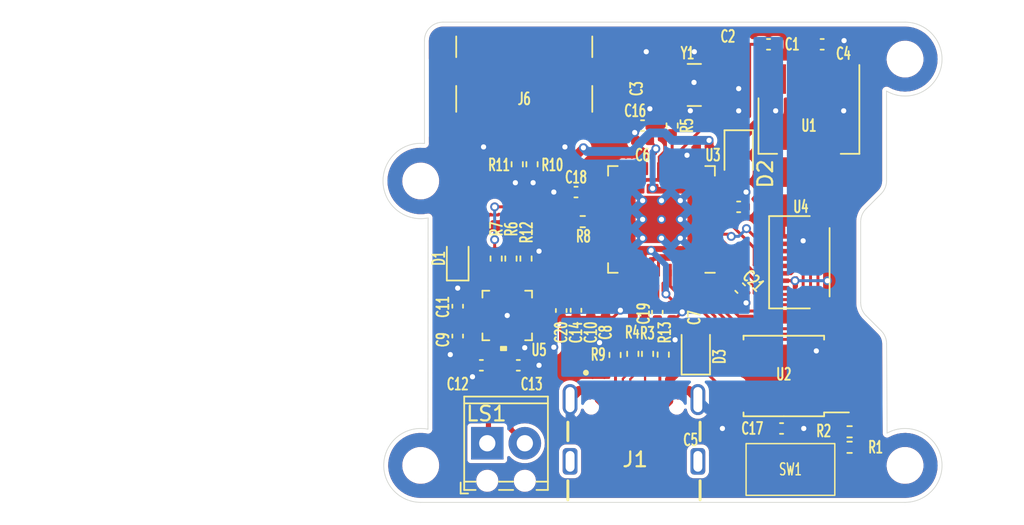
<source format=kicad_pcb>
(kicad_pcb (version 20221018) (generator pcbnew)
  (title_block (title "RP2040 Minimal Design Example") (date "2020-07-13") (rev "REV1") (company "Raspberry Pi (Trading) Ltd"))
  (layers (0 "F.Cu" signal) (31 "B.Cu" signal) (34 "B.Paste" user) (35 "F.Paste" user) (36 "B.SilkS" user "B.Silkscreen") (37 "F.SilkS" user "F.Silkscreen") (38 "B.Mask" user) (39 "F.Mask" user) (44 "Edge.Cuts" user))
  (net 0 "")
  (net 1 "GND")
  (net 2 "VBUS")
  (net 3 "/XIN")
  (net 4 "/XOUT")
  (net 5 "+3V3")
  (net 6 "+1V1")
  (net 7 "Net-(U5-OUTP)")
  (net 8 "/~{USB_BOOT}")
  (net 9 "/GPIO15")
  (net 10 "/GPIO14")
  (net 11 "/GPIO13")
  (net 12 "/GPIO12")
  (net 13 "/GPIO11")
  (net 14 "/GPIO10")
  (net 15 "/GPIO9")
  (net 16 "/GPIO8")
  (net 17 "/GPIO7")
  (net 18 "/GPIO6")
  (net 19 "/GPIO5")
  (net 20 "/GPIO4")
  (net 21 "/GPIO3")
  (net 22 "/GPIO2")
  (net 23 "/GPIO1")
  (net 24 "/GPIO0")
  (net 25 "/GPIO29_ADC3")
  (net 26 "/GPIO28_ADC2")
  (net 27 "/GPIO27_ADC1")
  (net 28 "/GPIO26_ADC0")
  (net 29 "/GPIO25")
  (net 30 "/GPIO24")
  (net 31 "/GPIO23")
  (net 32 "/GPIO22")
  (net 33 "/GPIO21")
  (net 34 "/GPIO20")
  (net 35 "/GPIO19")
  (net 36 "/GPIO18")
  (net 37 "/GPIO17")
  (net 38 "/GPIO16")
  (net 39 "/RUN")
  (net 40 "/SWD")
  (net 41 "/SWCLK")
  (net 42 "/QSPI_SS")
  (net 43 "Net-(U5-OUTN)")
  (net 44 "Net-(D1-A)")
  (net 45 "/QSPI_SD3")
  (net 46 "/QSPI_SCLK")
  (net 47 "/QSPI_SD0")
  (net 48 "/QSPI_SD2")
  (net 49 "/QSPI_SD1")
  (net 50 "/USB_D+")
  (net 51 "/USB_D-")
  (net 52 "Net-(C3-Pad1)")
  (net 53 "Net-(D2-A)")
  (net 54 "Net-(U3-USB_DP)")
  (net 55 "Net-(U3-USB_DM)")
  (net 56 "Net-(U5-GAIN_SLOT)")
  (net 57 "Net-(U5-*SD_MODE)")
  (net 62 "Net-(D3-K)")
  (net 63 "Net-(J1-CC1)")
  (net 66 "Net-(J6-CC1)")
  (net 67 "Net-(J6-CC2)")
  (net 68 "Net-(J1-CC2)")
  (footprint "Capacitor_SMD:C_0402_1005Metric" (layer "F.Cu") (at 126.145 120)
    (fp_text reference "C4")
    (fp_text value "10u")
  )
  (footprint "Custom:GCT_USB4105-GF-A" (layer "F.Cu") (at 113.42 148.225)
    (fp_text reference "J1")
    (fp_text value "USB_C_Receptacle_USB2.0")
  )
  (footprint "Capacitor_SMD:C_0402_1005Metric" (layer "F.Cu") (at 110.5 138 -90)
    (fp_text reference "C10")
    (fp_text value "1u")
  )
  (footprint "Capacitor_SMD:C_0402_1005Metric" (layer "F.Cu") (at 111.5 138 -90)
    (fp_text reference "C8")
    (fp_text value "1u")
  )
  (footprint "Capacitor_SMD:C_0402_1005Metric" (layer "F.Cu") (at 120.015 146.775 180)
    (fp_text reference "C5")
    (fp_text value "100n")
  )
  (footprint "Resistor_SMD:R_0402_1005Metric" (layer "F.Cu") (at 128 146.225)
    (fp_text reference "R2")
    (fp_text value "DNF")
  )
  (footprint "Package_TO_SOT_SMD:SOT-223-3_TabPin2" (layer "F.Cu") (at 125.25 125.5 -90)
    (fp_text reference "U1")
    (fp_text value "NCP1117-3.3_SOT223")
  )
  (footprint "Package_SO:SOIC-8_5.23x5.23mm_P1.27mm" (layer "F.Cu") (at 123.551716 142.44887 180)
    (fp_text reference "U2")
    (fp_text value "W25Q128JVS")
  )
  (footprint "Capacitor_SMD:C_0402_1005Metric" (layer "F.Cu") (at 114.5 123 90)
    (fp_text reference "C3")
    (fp_text value "27p")
  )
  (footprint "Resistor_SMD:R_0402_1005Metric" (layer "F.Cu") (at 128 147.275 180)
    (fp_text reference "R1")
    (fp_text value "1k")
  )
  (footprint "Resistor_SMD:R_0402_1005Metric" (layer "F.Cu") (at 114.34 140.95 90)
    (fp_text reference "R3")
    (fp_text value "27")
  )
  (footprint "Capacitor_SMD:C_0402_1005Metric" (layer "F.Cu") (at 116 138.135 -90)
    (fp_text reference "C7")
    (fp_text value "100n")
  )
  (footprint "Capacitor_SMD:C_0402_1005Metric" (layer "F.Cu") (at 122.52 120 180)
    (fp_text reference "C1")
    (fp_text value "10u")
  )
  (footprint "Custom:RP2040-QFN-56" (layer "F.Cu") (at 115.28015 131.85 180)
    (fp_text reference "U3")
    (fp_text value "RP2040")
  )
  (footprint "Capacitor_SMD:C_0402_1005Metric" (layer "F.Cu") (at 119.785444 120.5)
    (fp_text reference "C2")
    (fp_text value "27p")
  )
  (footprint "Resistor_SMD:R_0402_1005Metric" (layer "F.Cu") (at 113.34 140.95 90)
    (fp_text reference "R4")
    (fp_text value "27")
  )
  (footprint "Capacitor_SMD:C_0402_1005Metric" (layer "F.Cu") (at 114 126.5 180)
    (fp_text reference "C6")
    (fp_text value "100n")
  )
  (footprint "Resistor_SMD:R_0402_1005Metric" (layer "F.Cu") (at 116 125.5 90)
    (fp_text reference "R5")
    (fp_text value "1k")
  )
  (footprint "Custom:403C35D12M00000" (layer "F.Cu") (at 117.5 122.75 180)
    (fp_text reference "Y1")
    (fp_text value "ABLS-12.000MHZ-B4-T" hide)
  )
  (footprint "Capacitor_SMD:C_0402_1005Metric" (layer "F.Cu") (at 123.4 146)
    (fp_text reference "C17")
    (fp_text value "10u")
  )
  (footprint "TerminalBlock_Phoenix:TerminalBlock_Phoenix_MPT-0,5-2-2.54_1x02_P2.54mm_Horizontal" (layer "F.Cu") (at 103.5 147)
    (fp_text reference "LS1")
    (fp_text value "Speaker")
  )
  (footprint "Capacitor_SMD:C_0402_1005Metric" (layer "F.Cu") (at 120.5 131)
    (fp_text reference "C15" hide)
    (fp_text value "100n")
  )
  (footprint "Diode_SMD:D_0805_2012Metric" (layer "F.Cu") (at 120.5 127.5 -90)
    (fp_text reference "D2")
    (fp_text value "D_Schottky")
  )
  (footprint "Resistor_SMD:R_0402_1005Metric" (layer "F.Cu") (at 106.525 128.1175 -90)
    (fp_text reference "R10")
    (fp_text value "5.1k")
  )
  (footprint "MountingHole:MountingHole_2.1mm" (layer "F.Cu") (at 99 148.5)
    (fp_text reference "REF**" hide)
    (fp_text value "MountingHole_2.1mm")
  )
  (footprint "Capacitor_SMD:C_0402_1005Metric" (layer "F.Cu") (at 101.5 139.745 -90)
    (fp_text reference "C9")
    (fp_text value "10u")
  )
  (footprint "Resistor_SMD:R_0402_1005Metric" (layer "F.Cu") (at 115.4 141 -90)
    (fp_text reference "R13")
    (fp_text value "56k")
  )
  (footprint "Resistor_SMD:R_0402_1005Metric" (layer "F.Cu") (at 106.12012 134.5 -90)
    (fp_text reference "R12")
    (fp_text value "DNF")
  )
  (footprint "Custom:PTS636_SL50_SMTR_LFS Tactile Switch" (layer "F.Cu") (at 124 148.775)
    (fp_text reference "SW1")
    (fp_text value "Conn_01x02")
  )
  (footprint "Diode_SMD:D_0805_2012Metric" (layer "F.Cu") (at 117.6 140.6625 90)
    (fp_text reference "D3")
    (fp_text value "D_Schottky")
  )
  (footprint "Capacitor_SMD:C_0402_1005Metric" (layer "F.Cu") (at 105.6 141.725)
    (fp_text reference "C13")
    (fp_text value "220p")
  )
  (footprint "Capacitor_SMD:C_0402_1005Metric" (layer "F.Cu") (at 101.5 137.725 90)
    (fp_text reference "C11")
    (fp_text value "100n")
  )
  (footprint "Resistor_SMD:R_0402_1005Metric" (layer "F.Cu") (at 105.525 128.1175 -90)
    (fp_text reference "R11")
    (fp_text value "5.1K")
  )
  (footprint "Resistor_SMD:R_0402_1005Metric" (layer "F.Cu") (at 104.1 134.5 -90)
    (fp_text reference "R7")
    (fp_text value "680k")
  )
  (footprint "Capacitor_SMD:C_0402_1005Metric" (layer "F.Cu") (at 120.6 136.5 -45)
    (fp_text reference "C21")
    (fp_text value "100n")
  )
  (footprint "Custom:MAX98357AETE-T" (layer "F.Cu") (at 104.85 138.3525 -90)
    (fp_text reference "U5")
    (fp_text value "MAX98357AETE+T" hide)
  )
  (footprint "Capacitor_SMD:C_0402_1005Metric" (layer "F.Cu") (at 108.5 138.015902 -90)
    (fp_text reference "C20")
    (fp_text value "100n")
  )
  (footprint "Connector_USB:USB_C_Receptacle_GCT_USB4135-GF-A_6P_TopMnt_Horizontal" (layer "F.Cu") (at 106 122.4675 180)
    (fp_text reference "J6")
    (fp_text value "USB_C_Receptacle_PowerOnly_6P")
  )
  (footprint "Capacitor_SMD:C_0402_1005Metric" (layer "F.Cu") (at 109.5 137.999769 -90)
    (fp_text reference "C14")
    (fp_text value "100n")
  )
  (footprint "Resistor_SMD:R_0402_1005Metric" (layer "F.Cu") (at 109.95515 132)
    (fp_text reference "R8")
    (fp_text value "1K")
  )
  (footprint "LED_SMD:LED_0603_1608Metric" (layer "F.Cu") (at 101.5 134.5 90)
    (fp_text reference "D1")
    (fp_text value "LED")
  )
  (footprint "MountingHole:MountingHole_2.1mm" (layer "F.Cu") (at 131.75 121)
    (fp_text reference "REF**" hide)
    (fp_text value "MountingHole_2.1mm")
  )
  (footprint "Capacitor_SMD:C_0402_1005Metric" (layer "F.Cu") (at 103.1 141.725 180)
    (fp_text reference "C12")
    (fp_text value "220p")
  )
  (footprint "MountingHole:MountingHole_2.1mm" (layer "F.Cu") (at 99 129.25)
    (fp_text reference "REF**" hide)
    (fp_text value "MountingHole_2.1mm")
  )
  (footprint "Resistor_SMD:R_0402_1005Metric" (layer "F.Cu") (at 112.14 141.025 -90)
    (fp_text reference "R9")
    (fp_text value "56k")
  )
  (footprint "Custom:2328702-8 IPS screen FPC" (layer "F.Cu") (at 124.602233 134.75 90)
    (fp_text reference "U4")
    (fp_text value "ST7735s_8" hide)
  )
  (footprint "MountingHole:MountingHole_2.1mm" (layer "F.Cu") (at 131.75 148.5)
    (fp_text reference "REF**" hide)
    (fp_text value "MountingHole_2.1mm")
  )
  (footprint "Capacitor_SMD:C_0402_1005Metric" (layer "F.Cu") (at 115 138.135 -90)
    (fp_text reference "C19")
    (fp_text value "100n")
  )
  (footprint "Capacitor_SMD:C_0402_1005Metric" (layer "F.Cu") (at 114 125.5 180)
    (fp_text reference "C16")
    (fp_text value "100n")
  )
  (footprint "Capacitor_SMD:C_0402_1005Metric" (layer "F.Cu") (at 109.5 130 180)
    (fp_text reference "C18")
    (fp_text value "100n")
  )
  (footprint "Resistor_SMD:R_0402_1005Metric" (layer "F.Cu") (at 105.1 134.5 -90)
    (fp_text reference "R6")
    (fp_text value "100k")
  )
  (gr_line (start 131.75 151) (end 99 151) (stroke (width 0.05)) (layer "Edge.Cuts"))
  (gr_arc (start 130.5 129.232233) (mid 130.404839 129.71058) (end 130.133884 130.116116) (stroke (width 0.05)) (layer "Edge.Cuts"))
  (gr_arc (start 130.136712 139.386712) (mid 130.406366 139.789086) (end 130.502809 140.263761) (stroke (width 0.05)) (layer "Edge.Cuts"))
  (gr_line (start 99.253686 126.713144) (end 99.250561 119.750543) (stroke (width 0.05)) (layer "Edge.Cuts"))
  (gr_line (start 129.116117 138.366117) (end 130.136712 139.386712) (stroke (width 0.05)) (layer "Edge.Cuts"))
  (gr_arc (start 99.250561 119.750543) (mid 99.616477 118.866301) (end 100.500543 118.499982) (stroke (width 0.05)) (layer "Edge.Cuts"))
  (gr_line (start 100.500543 118.499982) (end 131.75 118.5) (stroke (width 0.05)) (layer "Edge.Cuts"))
  (gr_line (start 99.49029 146.048548) (end 99.5 131.749999) (stroke (width 0.05)) (layer "Edge.Cuts"))
  (gr_line (start 130.502809 140.263761) (end 130.535893 146.314607) (stroke (width 0.05)) (layer "Edge.Cuts"))
  (gr_line (start 130.5 129.232233) (end 130.498694 123.164309) (stroke (width 0.05)) (layer "Edge.Cuts"))
  (gr_arc (start 99 151) (mid 96.512167 148.253656) (end 99.49029 146.048548) (stroke (width 0.05)) (layer "Edge.Cuts"))
  (gr_arc (start 99.5 131.749999) (mid 96.453534 129.374528) (end 99.253686 126.713144) (stroke (width 0.05)) (layer "Edge.Cuts"))
  (gr_line (start 128.75 137.482233) (end 128.75 132.017767) (stroke (width 0.05)) (layer "Edge.Cuts"))
  (gr_arc (start 130.535893 146.314607) (mid 134.17007 147.872897) (end 131.75 151) (stroke (width 0.05)) (layer "Edge.Cuts"))
  (gr_arc (start 128.75 132.017767) (mid 128.845151 131.539412) (end 129.116117 131.133883) (stroke (width 0.05)) (layer "Edge.Cuts"))
  (gr_arc (start 129.116117 138.366117) (mid 128.845151 137.960588) (end 128.75 137.482233) (stroke (width 0.05)) (layer "Edge.Cuts"))
  (gr_line (start 129.116117 131.133883) (end 130.133884 130.116116) (stroke (width 0.05)) (layer "Edge.Cuts"))
  (gr_arc (start 131.75 118.5) (mid 134.164619 121.647776) (end 130.498694 123.164309) (stroke (width 0.05)) (layer "Edge.Cuts"))
  (segment (start 105.1 139.8003) (end 105.1 140.4067) (width 0.2) (layer "F.Cu") (net 1))
  (segment (start 108 138.995902) (end 108.5 138.495902) (width 0.2) (layer "F.Cu") (net 1))
  (segment (start 119.4 148.275) (end 119.4 146.905) (width 0.2) (layer "F.Cu") (net 1))
  (segment (start 124.634354 133.523349) (end 124.859353 133.29835) (width 0.2) (layer "F.Cu") (net 1))
  (segment (start 122.04 120) (end 120.770444 120) (width 0.2) (layer "F.Cu") (net 1))
  (segment (start 108.5 138.495902) (end 108.516133 138.479769) (width 0.2) (layer "F.Cu") (net 1))
  (segment (start 113.470023 125.970023) (end 113.470023 126.455023) (width 0.2) (layer "F.Cu") (net 1))
  (segment (start 127.625 119.75) (end 127.375 120) (width 0.2) (layer "F.Cu") (net 1))
  (segment (start 115.995 138.615) (end 116 138.62) (width 0.2) (layer "F.Cu") (net 1))
  (segment (start 102.5 141.845) (end 102.62 141.725) (width 0.2) (layer "F.Cu") (net 1))
  (segment (start 101.5 135.2875) (end 101.5 136.5) (width 0.2) (layer "F.Cu") (net 1))
  (segment (start 125.95613 140.54387) (end 127.151716 140.54387) (width 0.2) (layer "F.Cu") (net 1))
  (segment (start 108 130) (end 109.02 130) (width 0.2) (layer "F.Cu") (net 1))
  (segment (start 120.98 131) (end 121 130.98) (width 0.2) (layer "F.Cu") (net 1))
  (segment (start 104.6 138.1025) (end 104.6 136.9047) (width 0.2) (layer "F.Cu") (net 1))
  (segment (start 113.470023 126.455023) (end 113.515 126.5) (width 0.2) (layer "F.Cu") (net 1))
  (segment (start 113.470023 125.970023) (end 113.470023 125.549977) (width 0.2) (layer "F.Cu") (net 1))
  (segment (start 108 140.5) (end 108 138.995902) (width 0.2) (layer "F.Cu") (net 1))
  (segment (start 112.015 138.485) (end 112.5 138) (width 0.2) (layer "F.Cu") (net 1))
  (segment (start 100.875 125.445) (end 103.195 125.445) (width 1) (layer "F.Cu") (net 1))
  (segment (start 100.875 121.865) (end 100.875 125.445) (width 1) (layer "F.Cu") (net 1))
  (segment (start 105.1 138.1025) (end 104.85 138.3525) (width 0.2) (layer "F.Cu") (net 1))
  (segment (start 117.14 143.425) (end 117.74 144.025) (width 0.6) (layer "F.Cu") (net 1))
  (segment (start 123.88 146) (end 124.9 146) (width 0.2) (layer "F.Cu") (net 1))
  (segment (start 108.516133 138.479769) (end 109.5 138.479769) (width 0.2) (layer "F.Cu") (net 1))
  (segment (start 127.375 120) (end 126.625 120) (width 0.2) (layer "F.Cu") (net 1))
  (segment (start 109.7 143.425) (end 109.1 144.025) (width 0.6) (layer "F.Cu") (net 1))
  (segment (start 117.006512 127.506512) (end 116.724374 127.506512) (width 0.2) (layer "F.Cu") (net 1))
  (segment (start 102.5 142.5) (end 102.5 141.845) (width 0.2) (layer "F.Cu") (net 1))
  (segment (start 116.724374 127.506512) (end 116.28015 127.950736) (width 0.2) (layer "F.Cu") (net 1))
  (segment (start 101.5 136.5) (end 101.5 137.245) (width 0.2) (layer "F.Cu") (net 1))
  (segment (start 107 134) (end 106.99 133.99) (width 0.2) (layer "F.Cu") (net 1))
  (segment (start 101.5 140.5) (end 101 141) (width 0.2) (layer "F.Cu") (net 1))
  (segment (start 106.08 141.725) (end 107 141.725) (width 0.2) (layer "F.Cu") (net 1))
  (segment (start 101.5 140.225) (end 101.5 140.5) (width 0.2) (layer "F.Cu") (net 1))
  (segment (start 111.5 138.485) (end 112.015 138.485) (width 0.2) (layer "F.Cu") (net 1))
  (segment (start 116.171741 138.62) (end 116 138.62) (width 0.2) (layer "F.Cu") (net 1))
  (segment (start 111.494769 138.479769) (end 109.5 138.479769) (width 0.2) (layer "F.Cu") (net 1))
  (segment (start 119.53 146.13) (end 119.4 146) (width 0.2) (layer "F.Cu") (net 1))
  (segment (start 108.75 126.945) (end 108.75 125.5) (width 1) (layer "F.Cu") (net 1))
  (segment (start 105.1 138.6025) (end 105.1 139.8003) (width 0.2) (layer "F.Cu") (net 1))
  (segment (start 116.28015 127.950736) (end 116.28015 128.4125) (width 0.2) (layer "F.Cu") (net 1))
  (segment (start 108.805 125.445) (end 108.75 125.5) (width 1) (layer "F.Cu") (net 1))
  (segment (start 104.85 138.3525) (end 105.1 138.6025) (width 0.2) (layer "F.Cu") (net 1))
  (segment (start 120.939411 137.439411) (end 121 137.5) (width 0.2) (layer "F.Cu") (net 1))
  (segment (start 123.459353 133.523349) (end 124.634354 133.523349) (width 0.2) (layer "F.Cu") (net 1))
  (segment (start 105.1 140.4067) (end 105.229028 140.535728) (width 0.2) (layer "F.Cu") (net 1))
  (segment (start 104.85 138.3525) (end 104.6 138.1025) (width 0.2) (layer "F.Cu") (net 1))
  (segment (start 116.62 143.425) (end 117.14 143.425) (width 0.6) (layer "F.Cu") (net 1))
  (segment (start 127.6 124.5) (end 127.6 122.4) (width 0.6) (layer "F.Cu") (net 1))
  (segment (start 111.125 125.445) (end 111.125 121.865) (width 1) (layer "F.Cu") (net 1))
  (segment (start 106.525 129.2925) (end 106.525 128.6275) (width 0.2) (layer "F.Cu") (net 1))
  (segment (start 127.6 122.4) (end 127.55 122.35) (width 0.6) (layer "F.Cu") (net 1))
  (segment (start 116.680274 138.111467) (end 116.171741 138.62) (width 0.2) (layer "F.Cu") (net 1))
  (segment (start 120.939411 136.839411) (end 120.939411 137.439411) (width 0.2) (layer "F.Cu") (net 1))
  (segment (start 125.75 140.75) (end 125.95613 140.54387) (width 0.2) (layer "F.Cu") (net 1))
  (segment (start 106.6 129.3675) (end 106.525 129.2925) (width 0.2) (layer "F.Cu") (net 1))
  (segment (start 110.22 143.425) (end 109.7 143.425) (width 0.6) (layer "F.Cu") (net 1))
  (segment (start 105.525 129.2425) (end 105.525 128.6275) (width 0.2) (layer "F.Cu") (net 1))
  (segment (start 113.470023 125.549977) (end 113.52 125.5) (width 0.2) (layer "F.Cu") (net 1))
  (segment (start 119.4 146.905) (end 119.53 146.775) (width 0.2) (layer "F.Cu") (net 1))
  (segment (start 103.25 126.945) (end 103.25 125.5) (width 1) (layer "F.Cu") (net 1))
  (segment (start 105.4 129.3675) (end 105.525 129.2425) (width 0.2) (layer "F.Cu") (net 1))
  (segment (start 119.9 148.775) (end 119.4 148.275) (width 0.2) (layer "F.Cu") (net 1))
  (segment (start 103.195 125.445) (end 103.25 125.5) (width 1) (layer "F.Cu") (net 1))
  (segment (start 120.770444 120) (end 120.270444 120.5) (width 0.2) (layer "F.Cu") (net 1))
  (segment (start 119.53 146.775) (end 119.53 146.13) (width 0.2) (layer "F.Cu") (net 1))
  (segment (start 111.125 125.445) (end 108.805 125.445) (width 1) (layer "F.Cu") (net 1))
  (segment (start 106.99 133.99) (end 106.12012 133.99) (width 0.2) (layer "F.Cu") (net 1))
  (segment (start 105.229028 140.535728) (end 106.033255 140.535728) (width 0.2) (layer "F.Cu") (net 1))
  (segment (start 111.5 138.485) (end 111.494769 138.479769) (width 0.2) (layer "F.Cu") (net 1))
  (segment (start 115 138.615) (end 115.995 138.615) (width 0.2) (layer "F.Cu") (net 1))
  (segment (start 106.2978 138.1025) (end 105.1 138.1025) (width 0.2) (layer "F.Cu") (net 1))
  (segment (start 121 130.98) (end 121 130) (width 0.2) (layer "F.Cu") (net 1))
  (via (at 117.478594 122.578594) (size 0.6) (drill 0.35) (layers "F.Cu" "B.Cu") (net 1))
  (via (at 114.25 120.5) (size 0.6) (drill 0.35) (layers "F.Cu" "B.Cu") (net 1))
  (via (at 117.5 120.5) (size 0.6) (drill 0.35) (layers "F.Cu" "B.Cu") (net 1))
  (via (at 121 137.5) (size 0.6) (drill 0.35) (layers "F.Cu" "B.Cu") (net 1))
  (via (at 103.25 126.945) (size 0.6) (drill 0.35) (layers "F.Cu" "B.Cu") (net 1))
  (via (at 113.470023 125.970023) (size 0.6) (drill 0.35) (layers "F.Cu" "B.Cu") (net 1))
  (via (at 120.5 124.5) (size 0.6) (drill 0.35) (layers "F.Cu" "B.Cu") (net 1))
  (via (at 117.006512 127.506512) (size 0.6) (drill 0.35) (layers "F.Cu" "B.Cu") (net 1))
  (via (at 108 130) (size 0.6) (drill 0.35) (layers "F.Cu" "B.Cu") (net 1))
  (via (at 116.680274 138.111467) (size 0.6) (drill 0.35) (layers "F.Cu" "B.Cu") (net 1))
  (via (at 101 141) (size 0.6) (drill 0.35) (layers "F.Cu" "B.Cu") (net 1))
  (via (at 106.033255 140.535728) (size 0.6) (drill 0.35) (layers "F.Cu" "B.Cu") (net 1))
  (via (at 124.859353 133.29835) (size 0.6) (drill 0.35) (layers "F.Cu" "B.Cu") (net 1))
  (via (at 120.5 123) (size 0.6) (drill 0.35) (layers "F.Cu" "B.Cu") (net 1))
  (via (at 107 134) (size 0.6) (drill 0.35) (layers "F.Cu" "B.Cu") (net 1))
  (via (at 125.75 140.75) (size 0.6) (drill 0.35) (layers "F.Cu" "B.Cu") (net 1))
  (via (at 121 130) (size 0.6) (drill 0.35) (layers "F.Cu" "B.Cu") (net 1))
  (via (at 105.4 129.3675) (size 0.6) (drill 0.35) (layers "F.Cu" "B.Cu") (net 1))
  (via (at 107 141.725) (size 0.6) (drill 0.35) (layers "F.Cu" "B.Cu") (net 1))
  (via (at 102.5 142.5) (size 0.6) (drill 0.35) (layers "F.Cu" "B.Cu") (net 1))
  (via (at 124.9 146) (size 0.6) (drill 0.35) (layers "F.Cu" "B.Cu") (net 1))
  (via (at 114.495083 124.362784) (size 0.6) (drill 0.35) (layers "F.Cu" "B.Cu") (net 1))
  (via (at 127.625 119.75) (size 0.6) (drill 0.35) (layers "F.Cu" "B.Cu") (net 1))
  (via (at 101.5 136.5) (size 0.6) (drill 0.35) (layers "F.Cu" "B.Cu") (net 1))
  (via (at 127.6 124.5) (size 0.6) (drill 0.35) (layers "F.Cu" "B.Cu") (net 1))
  (via (at 108 140.5) (size 0.6) (drill 0.35) (layers "F.Cu" "B.Cu") (net 1))
  (via (at 108.75 126.945) (size 0.6) (drill 0.35) (layers "F.Cu" "B.Cu") (net 1))
  (via (at 117.230715 124.494622) (size 0.6) (drill 0.35) (layers "F.Cu" "B.Cu") (net 1))
  (via (at 106.6 129.3675) (size 0.6) (drill 0.35) (layers "F.Cu" "B.Cu") (net 1))
  (via (at 104.85 138.3525) (size 0.6) (drill 0.35) (layers "F.Cu" "B.Cu") (net 1))
  (via (at 112.5 138) (size 0.6) (drill 0.35) (layers "F.Cu" "B.Cu") (net 1))
  (via (at 119.4 146) (size 0.6) (drill 0.35) (layers "F.Cu" "B.Cu") (net 1))
  (segment (start 109.1 144.045) (end 109.1 145.225) (width 0.6) (layer "B.Cu") (net 1))
  (segment (start 117.74 144.045) (end 118.42 144.725) (width 0.6) (layer "B.Cu") (net 1))
  (segment (start 109.1 145.225) (end 109.6 145.725) (width 0.6) (layer "B.Cu") (net 1))
  (segment (start 118.42 144.725) (end 119.1 144.725) (width 0.6) (layer "B.Cu") (net 1))
  (segment (start 123 120) (end 122.95 120.05) (width 0.2) (layer "F.Cu") (net 2))
  (segment (start 122.5 125) (end 123 124.5) (width 0.6) (layer "F.Cu") (net 2))
  (segment (start 117.6 139.725) (end 116.475 139.725) (width 0.6) (layer "F.Cu") (net 2))
  (segment (start 116.475 139.725) (end 116.2 140) (width 0.6) (layer "F.Cu") (net 2))
  (segment (start 122.0625 125) (end 120.5 126.5625) (width 0.6) (layer "F.Cu") (net 2))
  (segment (start 122.95 122.25) (end 123 122.3) (width 0.2) (layer "F.Cu") (net 2))
  (segment (start 111.423693 140.519935) (end 111.093693 140.189935) (width 0.6) (layer "F.Cu") (net 2))
  (segment (start 115.4 140.49) (end 115.71 140.49) (width 0.6) (layer "F.Cu") (net 2))
  (segment (start 123 122.4) (end 122.95 122.35) (width 0.6) (layer "F.Cu") (net 2))
  (segment (start 115.71 140.49) (end 116.2 140) (width 0.6) (layer "F.Cu") (net 2))
  (segment (start 122.95 120.05) (end 122.95 122.25) (width 0.2) (layer "F.Cu") (net 2))
  (segment (start 122.5 125) (end 122.0625 125) (width 0.6) (layer "F.Cu") (net 2))
  (segment (start 123 124.5) (end 123 122.4) (width 0.6) (layer "F.Cu") (net 2))
  (segment (start 112.103693 140.519935) (end 111.423693 140.519935) (width 0.6) (layer "F.Cu") (net 2))
  (via (at 116.2 140) (size 0.6) (drill 0.35) (layers "F.Cu" "B.Cu") (net 2))
  (via (at 111.093693 140.189935) (size 0.6) (drill 0.35) (layers "F.Cu" "B.Cu") (net 2))
  (via (at 123 124.5) (size 0.6) (drill 0.35) (layers "F.Cu" "B.Cu") (net 2))
  (segment (start 115.88015 128.4125) (end 115.88015 127.855762) (width 0.2) (layer "F.Cu") (net 3))
  (segment (start 118.8843 120.916144) (end 119.300444 120.5) (width 0.2) (layer "F.Cu") (net 3))
  (segment (start 115.88015 127.855762) (end 118 125.735912) (width 0.2) (layer "F.Cu") (net 3))
  (segment (start 118 122.8343) (end 118.8843 121.95) (width 0.2) (layer "F.Cu") (net 3))
  (segment (start 118 125.735912) (end 118 122.8343) (width 0.2) (layer "F.Cu") (net 3))
  (segment (start 118.8843 121.95) (end 118.8843 120.916144) (width 0.2) (layer "F.Cu") (net 3))
  (segment (start 116 126.01) (end 116 127.240938) (width 0.2) (layer "F.Cu") (net 4))
  (segment (start 116 127.240938) (end 115.48015 127.760788) (width 0.2) (layer "F.Cu") (net 4))
  (segment (start 115.48015 127.760788) (end 115.48015 128.4125) (width 0.2) (layer "F.Cu") (net 4))
  (segment (start 101.8975 138.6025) (end 101.5 138.205) (width 0.2) (layer "F.Cu") (net 5))
  (segment (start 114.68015 135.2875) (end 114.68015 134.65) (width 0.2) (layer "F.Cu") (net 5))
  (segment (start 115.03315 137.62185) (end 115.03315 136.331521) (width 0.2) (layer "F.Cu") (net 5))
  (segment (start 111.84265 130.85) (end 112.80515 130.85) (width 0.2) (layer "F.Cu") (net 5))
  (segment (start 115 137.655) (end 115.03315 137.62185) (width 0.2) (layer "F.Cu") (net 5))
  (segment (start 118.71765 134.45) (end 120.260589 135.992939) (width 0.2) (layer "F.Cu") (net 5))
  (segment (start 101.662499 139.102501) (end 101.5 139.265) (width 0.2) (layer "F.Cu") (net 5))
  (segment (start 111.55 134.45) (end 108.5 137.5) (width 0.2) (layer "F.Cu") (net 5))
  (segment (start 112.80515 134.1) (end 112.45515 134.45) (width 0.2) (layer "F.Cu") (net 5))
  (segment (start 115.03315 136.331521) (end 114.696323 135.994694) (width 0.2) (layer "F.Cu") (net 5))
  (segment (start 115.08015 128.4125) (end 115.08015 129.04485) (width 0.2) (layer "F.Cu") (net 5))
  (segment (start 115.08015 129.04485) (end 115.30515 129.26985) (width 0.2) (layer "F.Cu") (net 5))
  (segment (start 123.5 136) (end 124.309853 136) (width 0.2) (layer "F.Cu") (net 5))
  (segment (start 111.84265 130.85) (end 110.83 130.85) (width 0.2) (layer "F.Cu") (net 5))
  (segment (start 119.87 130.85) (end 120.02 131) (width 0.2) (layer "F.Cu") (net 5))
  (segment (start 112.68015 135.2875) (end 111.7125 135.2875) (width 0.2) (layer "F.Cu") (net 5))
  (segment (start 115.13015 128.3625) (end 115.13015 127.615814) (width 0.2) (layer "F.Cu") (net 5))
  (segment (start 112.45515 134.45) (end 111.84265 134.45) (width 0.2) (layer "F.Cu") (net 5))
  (segment (start 108.5 137.5) (end 108.5 137.535902) (width 0.2) (layer "F.Cu") (net 5))
  (segment (start 110.5 137.5) (end 110.5 137.515) (width 0.2) (layer "F.Cu") (net 5))
  (segment (start 115.13015 127.615814) (end 115.5 127.245964) (width 0.2) (layer "F.Cu") (net 5))
  (segment (start 118.71765 134.45) (end 117.88015 134.45) (width 0.2) (layer "F.Cu") (net 5))
  (segment (start 115.08015 134.45) (end 115.08015 134.85) (width 0.2) (layer "F.Cu") (net 5))
  (segment (start 103.4022 139.102501) (end 101.662499 139.102501) (width 0.2) (layer "F.Cu") (net 5))
  (segment (start 115.08015 128.4125) (end 115.13015 128.3625) (width 0.2) (layer "F.Cu") (net 5))
  (segment (start 118.71765 130.85) (end 118.05515 130.85) (width 0.2) (layer "F.Cu") (net 5))
  (segment (start 115.5 127.245964) (end 115.5 126.52) (width 0.2) (layer "F.Cu") (net 5))
  (segment (start 111.7125 135.2875) (end 109.5 137.5) (width 0.2) (layer "F.Cu") (net 5))
  (segment (start 118.71765 130.85) (end 119.87 130.85) (width 0.2) (layer "F.Cu") (net 5))
  (segment (start 113.08015 135.2875) (end 113.08015 134.375) (width 0.2) (layer "F.Cu") (net 5))
  (segment (start 110.83 130.85) (end 109.98 130) (width 0.2) (layer "F.Cu") (net 5))
  (segment (start 114.696323 135.994694) (end 114.63015 135.994694) (width 0.2) (layer "F.Cu") (net 5))
  (segment (start 111.84265 134.45) (end 111.55 134.45) (width 0.2) (layer "F.Cu") (net 5))
  (segment (start 112.7125 135.2875) (end 110.5 137.5) (width 0.2) (layer "F.Cu") (net 5))
  (segment (start 112.80515 134.1) (end 112.68015 134.225) (width 0.2) (layer "F.Cu") (net 5))
  (segment (start 115.5 126.52) (end 114.48 125.5) (width 0.2) (layer "F.Cu") (net 5))
  (segment (start 115.08015 135.2875) (end 115.08015 134.45) (width 0.2) (layer "F.Cu") (net 5))
  (segment (start 109.5 137.5) (end 109.5 137.519769) (width 0.2) (layer "F.Cu") (net 5))
  (segment (start 120.260589 135.992939) (end 120.260589 136.160589) (width 0.2) (layer "F.Cu") (net 5))
  (segment (start 103.4022 138.6025) (end 101.8975 138.6025) (width 0.2) (layer "F.Cu") (net 5))
  (segment (start 113.08015 135.2875) (end 112.7125 135.2875) (width 0.2) (layer "F.Cu") (net 5))
  (segment (start 114.68015 134.65) (end 114.88015 134.45) (width 0.2) (layer "F.Cu") (net 5))
  (segment (start 112.68015 134.225) (end 112.68015 135.2875) (width 0.2) (layer "F.Cu") (net 5))
  (segment (start 113.08015 134.375) (end 112.80515 134.1) (width 0.2) (layer "F.Cu") (net 5))
  (segment (start 114.63015 135.3375) (end 114.68015 135.2875) (width 0.2) (layer "F.Cu") (net 5))
  (segment (start 114.63015 135.994694) (end 114.63015 135.3375) (width 0.2) (layer "F.Cu") (net 5))
  (via (at 124.309853 136) (size 0.6) (drill 0.35) (layers "F.Cu" "B.Cu") (net 5))
  (via (at 126.5 136) (size 0.6) (drill 0.35) (layers "F.Cu" "B.Cu") (net 5))
  (segment (start 124.309853 136) (end 126.5 136) (width 0.2) (layer "B.Cu") (net 5))
  (segment (start 114.68015 128.4125) (end 114.68015 127.606195) (width 0.15) (layer "F.Cu") (net 6))
  (segment (start 115.58265 136.893019) (end 116 137.310369) (width 0.2) (layer "F.Cu") (net 6))
  (segment (start 113.48015 135.861828) (end 113.48015 135.2875) (width 0.2) (layer "F.Cu") (net 6))
  (segment (start 115.48015 136.089547) (end 115.48015 135.2875) (width 0.2) (layer "F.Cu") (net 6))
  (segment (start 111.5 137.515) (end 111.826978 137.515) (width 0.2) (layer "F.Cu") (net 6))
  (segment (start 114.896814 126.911814) (end 114.485 126.5) (width 0.15) (layer "F.Cu") (net 6))
  (segment (start 114.896814 127.389531) (end 114.896814 126.911814) (width 0.15) (layer "F.Cu") (net 6))
  (segment (start 114.68015 127.606195) (end 114.896814 127.389531) (width 0.15) (layer "F.Cu") (net 6))
  (segment (start 115.38315 136.693519) (end 115.38315 136.186547) (width 0.2) (layer "F.Cu") (net 6))
  (segment (start 115.58265 136.893019) (end 115.38315 136.693519) (width 0.2) (layer "F.Cu") (net 6))
  (segment (start 111.826978 137.515) (end 113.48015 135.861828) (width 0.2) (layer "F.Cu") (net 6))
  (segment (start 116 137.310369) (end 116 137.65) (width 0.2) (layer "F.Cu") (net 6))
  (segment (start 113.660902 134.25) (end 113.910902 134.25) (width 0.2) (layer "F.Cu") (net 6))
  (segment (start 113.48015 135.2875) (end 113.48015 134.430752) (width 0.2) (layer "F.Cu") (net 6))
  (segment (start 115.38315 136.186547) (end 115.48015 136.089547) (width 0.2) (layer "F.Cu") (net 6))
  (segment (start 113.48015 134.430752) (end 113.660902 134.25) (width 0.2) (layer "F.Cu") (net 6))
  (via (at 115.58265 136.893019) (size 0.6) (drill 0.35) (layers "F.Cu" "B.Cu") (net 6))
  (via (at 114.58015 133.95) (size 0.6) (drill 0.35) (layers "F.Cu" "B.Cu") (net 6))
  (via (at 114.896814 127.072038) (size 0.6) (drill 0.35) (layers "F.Cu" "B.Cu") (net 6))
  (via (at 114.68018 129.75) (size 0.6) (drill 0.35) (layers "F.Cu" "B.Cu") (net 6))
  (segment (start 114.68018 127.288672) (end 114.68018 129.75) (width 0.4) (layer "B.Cu") (net 6))
  (segment (start 114.896814 127.072038) (end 114.68018 127.288672) (width 0.4) (layer "B.Cu") (net 6))
  (segment (start 115.58265 134.9525) (end 114.58015 133.95) (width 0.4) (layer "B.Cu") (net 6))
  (segment (start 115.58265 136.893019) (end 115.58265 134.9525) (width 0.4) (layer "B.Cu") (net 6))
  (segment (start 104.099999 141.205001) (end 103.58 141.725) (width 0.35) (layer "F.Cu") (net 7))
  (segment (start 103.58 141.725) (end 103.58 146.92) (width 0.35) (layer "F.Cu") (net 7))
  (segment (start 104.099999 139.8003) (end 104.099999 141.205001) (width 0.35) (layer "F.Cu") (net 7))
  (segment (start 103.58 146.92) (end 103.5 147) (width 0.35) (layer "F.Cu") (net 7))
  (segment (start 127.98 147.765) (end 127.98 147.965) (width 0.2) (layer "F.Cu") (net 8))
  (segment (start 127.49 147.275) (end 127.98 147.765) (width 0.2) (layer "F.Cu") (net 8))
  (segment (start 121.55 134.935664) (end 122.8436 136.229264) (width 0.2) (layer "F.Cu") (net 19))
  (segment (start 122.8436 136.229264) (end 122.8436 136.449999) (width 0.2) (layer "F.Cu") (net 19))
  (segment (start 119.827818 132.05) (end 121.55 133.772182) (width 0.2) (layer "F.Cu") (net 19))
  (segment (start 122.8936 136.499999) (end 123.5 136.499999) (width 0.2) (layer "F.Cu") (net 19))
  (segment (start 118.71765 132.05) (end 119.827818 132.05) (width 0.2) (layer "F.Cu") (net 19))
  (segment (start 122.8436 136.449999) (end 122.8936 136.499999) (width 0.2) (layer "F.Cu") (net 19))
  (segment (start 121.55 133.772182) (end 121.55 134.935664) (width 0.2) (layer "F.Cu") (net 19))
  (segment (start 122.768329 135.023349) (end 123.459353 135.023349) (width 0.2) (layer "F.Cu") (net 21))
  (segment (start 121.9 134.79069) (end 122.10931 135) (width 0.2) (layer "F.Cu") (net 21))
  (segment (start 121.9 133.34507) (end 121.9 134.79069) (width 0.2) (layer "F.Cu") (net 21))
  (segment (start 119.85 132.85) (end 118.71765 132.85) (width 0.2) (layer "F.Cu") (net 21))
  (segment (start 120 133) (end 119.85 132.85) (width 0.2) (layer "F.Cu") (net 21))
  (segment (start 122.10931 135) (end 122.75 135) (width 0.2) (layer "F.Cu") (net 21))
  (segment (start 121.027465 132.472535) (end 121.9 133.34507) (width 0.2) (layer "F.Cu") (net 21))
  (via (at 121.027465 132.472535) (size 0.6) (drill 0.35) (layers "F.Cu" "B.Cu") (net 21))
  (via (at 120 133) (size 0.6) (drill 0.35) (layers "F.Cu" "B.Cu") (net 21))
  (segment (start 121.027465 132.472535) (end 120.5 133) (width 0.2) (layer "B.Cu") (net 21))
  (segment (start 120.5 133) (end 120 133) (width 0.2) (layer "B.Cu") (net 21))
  (segment (start 122.248614 136.129252) (end 122.248614 136.549477) (width 0.2) (layer "F.Cu") (net 22))
  (segment (start 119.369362 133.25) (end 122.248614 136.129252) (width 0.2) (layer "F.Cu") (net 22))
  (segment (start 124.1564 135.4024) (end 124.03545 135.52335) (width 0.2) (layer "F.Cu") (net 22))
  (segment (start 124.859353 135) (end 124.1564 135) (width 0.2) (layer "F.Cu") (net 22))
  (segment (start 122.248614 136.549477) (end 122.624885 136.925748) (width 0.2) (layer "F.Cu") (net 22))
  (segment (start 124.52468 136.925748) (end 124.859353 136.591075) (width 0.2) (layer "F.Cu") (net 22))
  (segment (start 124.859353 136.591075) (end 124.859353 135) (width 0.2) (layer "F.Cu") (net 22))
  (segment (start 124.1564 135) (end 124.1564 135.4024) (width 0.2) (layer "F.Cu") (net 22))
  (segment (start 118.71765 133.25) (end 119.369362 133.25) (width 0.2) (layer "F.Cu") (net 22))
  (segment (start 122.624885 136.925748) (end 124.52468 136.925748) (width 0.2) (layer "F.Cu") (net 22))
  (segment (start 124.03545 135.52335) (end 123.459353 135.52335) (width 0.2) (layer "F.Cu") (net 22))
  (segment (start 124.882702 134.523349) (end 123.459353 134.523349) (width 0.2) (layer "F.Cu") (net 23))
  (segment (start 125.359353 135) (end 124.882702 134.523349) (width 0.2) (layer "F.Cu") (net 23))
  (segment (start 121.898614 136.274226) (end 121.898614 136.696964) (width 0.2) (layer "F.Cu") (net 23))
  (segment (start 121.898614 136.696964) (end 122.477398 137.275748) (width 0.2) (layer "F.Cu") (net 23))
  (segment (start 125.359353 136.588562) (end 125.359353 135) (width 0.2) (layer "F.Cu") (net 23))
  (segment (start 122.477398 137.275748) (end 124.672167 137.275748) (width 0.2) (layer "F.Cu") (net 23))
  (segment (start 118.71765 133.65) (end 119.274388 133.65) (width 0.2) (layer "F.Cu") (net 23))
  (segment (start 119.274388 133.65) (end 121.898614 136.274226) (width 0.2) (layer "F.Cu") (net 23))
  (segment (start 124.672167 137.275748) (end 125.359353 136.588562) (width 0.2) (layer "F.Cu") (net 23))
  (segment (start 125.859353 135) (end 124.882701 134.023348) (width 0.2) (layer "F.Cu") (net 24))
  (segment (start 119.179414 134.05) (end 121.548614 136.4192) (width 0.2) (layer "F.Cu") (net 24))
  (segment (start 124.88278 137.625748) (end 125.859353 136.649175) (width 0.2) (layer "F.Cu") (net 24))
  (segment (start 118.71765 134.05) (end 119.179414 134.05) (width 0.2) (layer "F.Cu") (net 24))
  (segment (start 121.548614 136.4192) (end 121.548614 136.846964) (width 0.2) (layer "F.Cu") (net 24))
  (segment (start 125.859353 136.649175) (end 125.859353 135) (width 0.2) (layer "F.Cu") (net 24))
  (segment (start 122.327398 137.625748) (end 124.88278 137.625748) (width 0.2) (layer "F.Cu") (net 24))
  (segment (start 121.548614 136.846964) (end 122.327398 137.625748) (width 0.2) (layer "F.Cu") (net 24))
  (segment (start 124.882701 134.023348) (end 123.459353 134.023348) (width 0.2) (layer "F.Cu") (net 24))
  (segment (start 106.9542 138.5525) (end 106.9042 138.6025) (width 0.2) (layer "F.Cu") (net 26))
  (segment (start 106.9542 137.441074) (end 106.9542 138.5525) (width 0.2) (layer "F.Cu") (net 26))
  (segment (start 107.15 135.85) (end 107.15 137.245274) (width 0.2) (layer "F.Cu") (net 26))
  (segment (start 111.84265 133.65) (end 109.35 133.65) (width 0.2) (layer "F.Cu") (net 26))
  (segment (start 107.15 137.245274) (end 106.9542 137.441074) (width 0.2) (layer "F.Cu") (net 26))
  (segment (start 106.9042 138.6025) (end 106.2978 138.6025) (width 0.2) (layer "F.Cu") (net 26))
  (segment (start 109.35 133.65) (end 107.15 135.85) (width 0.2) (layer "F.Cu") (net 26))
  (segment (start 109.25 133.25) (end 106.8 135.7) (width 0.2) (layer "F.Cu") (net 27))
  (segment (start 106.8 137.100299) (end 106.2978 137.602499) (width 0.2) (layer "F.Cu") (net 27))
  (segment (start 106.8 135.7) (end 106.8 137.100299) (width 0.2) (layer "F.Cu") (net 27))
  (segment (start 111.84265 133.25) (end 109.25 133.25) (width 0.2) (layer "F.Cu") (net 27))
  (segment (start 109.15 132.85) (end 106.45 135.55) (width 0.2) (layer "F.Cu") (net 28))
  (segment (start 106.45 135.55) (end 106.45 136.054701) (width 0.2) (layer "F.Cu") (net 28))
  (segment (start 111.84265 132.85) (end 109.15 132.85) (width 0.2) (layer "F.Cu") (net 28))
  (segment (start 106.45 136.054701) (end 105.600001 136.9047) (width 0.2) (layer "F.Cu") (net 28))
  (segment (start 111.84265 132.45) (end 110.91515 132.45) (width 0.2) (layer "F.Cu") (net 29))
  (segment (start 110.91515 132.45) (end 110.46515 132) (width 0.2) (layer "F.Cu") (net 29))
  (segment (start 111.84265 131.25) (end 110.735025 131.25) (width 0.2) (layer "F.Cu") (net 32))
  (segment (start 110.735025 131.25) (end 110.485025 131) (width 0.2) (layer "F.Cu") (net 32))
  (segment (start 104 133.89) (end 104.1 133.99) (width 0.2) (layer "F.Cu") (net 32))
  (segment (start 110.485025 131) (end 104 131) (width 0.2) (layer "F.Cu") (net 32))
  (segment (start 104 133.219729) (end 104 133.89) (width 0.2) (layer "F.Cu") (net 32))
  (via (at 104 131) (size 0.6) (drill 0.35) (layers "F.Cu" "B.Cu") (net 32))
  (via (at 104 133.219729) (size 0.6) (drill 0.35) (layers "F.Cu" "B.Cu") (net 32))
  (segment (start 104 131) (end 104 133.219729) (width 0.2) (layer "B.Cu") (net 32))
  (segment (start 127.151716 144.35387) (end 128.767619 144.35387) (width 0.2) (layer "F.Cu") (net 42))
  (segment (start 120.64265 138.05) (end 117.88015 135.2875) (width 0.2) (layer "F.Cu") (net 42))
  (segment (start 128.25 139.25) (end 122.744974 139.25) (width 0.2) (layer "F.Cu") (net 42))
  (segment (start 121.544974 138.05) (end 120.64265 138.05) (width 0.2) (layer "F.Cu") (net 42))
  (segment (start 128.901716 139.901716) (end 128.25 139.25) (width 0.2) (layer "F.Cu") (net 42))
  (segment (start 127.151716 144.35387) (end 128.51 145.712154) (width 0.2) (layer "F.Cu") (net 42))
  (segment (start 122.744974 139.25) (end 121.544974 138.05) (width 0.2) (layer "F.Cu") (net 42))
  (segment (start 128.51 145.712154) (end 128.51 146.225) (width 0.2) (layer "F.Cu") (net 42))
  (segment (start 128.51 146.225) (end 128.51 147.275) (width 0.2) (layer "F.Cu") (net 42))
  (segment (start 128.901716 144.219773) (end 128.901716 139.901716) (width 0.2) (layer "F.Cu") (net 42))
  (segment (start 128.767619 144.35387) (end 128.901716 144.219773) (width 0.2) (layer "F.Cu") (net 42))
  (segment (start 105.1 146.06) (end 106.04 147) (width 0.35) (layer "F.Cu") (net 43))
  (segment (start 105.1 141.745) (end 105.1 146.06) (width 0.35) (layer "F.Cu") (net 43))
  (segment (start 104.6 139.8003) (end 104.6 141.205) (width 0.35) (layer "F.Cu") (net 43))
  (segment (start 105.12 141.725) (end 105.1 141.745) (width 0.35) (layer "F.Cu") (net 43))
  (segment (start 104.6 141.205) (end 105.12 141.725) (width 0.35) (layer "F.Cu") (net 43))
  (segment (start 104.277818 131.5) (end 104.227818 131.55) (width 0.2) (layer "F.Cu") (net 44))
  (segment (start 103.7125 131.5) (end 101.5 133.7125) (width 0.2) (layer "F.Cu") (net 44))
  (segment (start 104.227818 131.55) (end 103.772182 131.55) (width 0.2) (layer "F.Cu") (net 44))
  (segment (start 103.722182 131.5) (end 103.7125 131.5) (width 0.2) (layer "F.Cu") (net 44))
  (segment (start 103.772182 131.55) (end 103.722182 131.5) (width 0.2) (layer "F.Cu") (net 44))
  (segment (start 109.44515 132) (end 108.94515 131.5) (width 0.2) (layer "F.Cu") (net 44))
  (segment (start 108.94515 131.5) (end 104.277818 131.5) (width 0.2) (layer "F.Cu") (net 44))
  (segment (start 115.88015 135.2875) (end 115.88015 136.38015) (width 0.2) (layer "F.Cu") (net 45))
  (segment (start 117 137.5) (end 117.48215 137.5) (width 0.2) (layer "F.Cu") (net 45))
  (segment (start 117.48215 137.5) (end 118.55 138.56785) (width 0.2) (layer "F.Cu") (net 45))
  (segment (start 115.88015 136.38015) (end 117 137.5) (width 0.2) (layer "F.Cu") (net 45))
  (segment (start 119.187893 143.08387) (end 119.951716 143.08387) (width 0.2) (layer "F.Cu") (net 45))
  (segment (start 118.55 138.56785) (end 118.55 142.445977) (width 0.2) (layer "F.Cu") (net 45))
  (segment (start 118.55 142.445977) (end 119.187893 143.08387) (width 0.2) (layer "F.Cu") (net 45))
  (segment (start 116.28015 136.032663) (end 116.33015 136.082663) (width 0.2) (layer "F.Cu") (net 46))
  (segment (start 116.33015 136.082663) (end 116.33015 136.335176) (width 0.2) (layer "F.Cu") (net 46))
  (segment (start 119.400359 141.81387) (end 119.951716 141.81387) (width 0.2) (layer "F.Cu") (net 46))
  (segment (start 116.33015 136.335176) (end 117.144974 137.15) (width 0.2) (layer "F.Cu") (net 46))
  (segment (start 118.9 138.422876) (end 118.9 141.313511) (width 0.2) (layer "F.Cu") (net 46))
  (segment (start 116.28015 135.2875) (end 116.28015 136.032663) (width 0.2) (layer "F.Cu") (net 46))
  (segment (start 117.627124 137.15) (end 118.9 138.422876) (width 0.2) (layer "F.Cu") (net 46))
  (segment (start 117.144974 137.15) (end 117.627124 137.15) (width 0.2) (layer "F.Cu") (net 46))
  (segment (start 118.9 141.313511) (end 119.400359 141.81387) (width 0.2) (layer "F.Cu") (net 46))
  (segment (start 116.68015 136.190202) (end 117.289948 136.8) (width 0.2) (layer "F.Cu") (net 47))
  (segment (start 117.772099 136.8) (end 119.951716 138.979617) (width 0.2) (layer "F.Cu") (net 47))
  (segment (start 119.951716 138.979617) (end 119.951716 140.54387) (width 0.2) (layer "F.Cu") (net 47))
  (segment (start 117.289948 136.8) (end 117.772099 136.8) (width 0.2) (layer "F.Cu") (net 47))
  (segment (start 116.68015 135.2875) (end 116.68015 136.190202) (width 0.2) (layer "F.Cu") (net 47))
  (segment (start 117.434922 136.45) (end 117.03015 136.045228) (width 0.2) (layer "F.Cu") (net 48))
  (segment (start 117.03015 136.045228) (end 117.03015 135.96985) (width 0.2) (layer "F.Cu") (net 48))
  (segment (start 117.917074 136.45) (end 117.434922 136.45) (width 0.2) (layer "F.Cu") (net 48))
  (segment (start 117.03015 135.96985) (end 117.08015 135.91985) (width 0.2) (layer "F.Cu") (net 48))
  (segment (start 121.437074 139.97) (end 117.917074 136.45) (width 0.2) (layer "F.Cu") (net 48))
  (segment (start 127.68613 141.81387) (end 128.201716 141.298284) (width 0.2) (layer "F.Cu") (net 48))
  (segment (start 127.943531 139.97) (end 121.437074 139.97) (width 0.2) (layer "F.Cu") (net 48))
  (segment (start 128.201716 140.228185) (end 127.943531 139.97) (width 0.2) (layer "F.Cu") (net 48))
  (segment (start 128.201716 141.298284) (end 128.201716 140.228185) (width 0.2) (layer "F.Cu") (net 48))
  (segment (start 117.08015 135.91985) (end 117.08015 135.2875) (width 0.2) (layer "F.Cu") (net 48))
  (segment (start 127.151716 141.81387) (end 127.68613 141.81387) (width 0.2) (layer "F.Cu") (net 48))
  (segment (start 128.551716 142.23121) (end 127.699056 143.08387) (width 0.2) (layer "F.Cu") (net 49))
  (segment (start 128.12 139.62) (end 128.551716 140.051716) (width 0.2) (layer "F.Cu") (net 49))
  (segment (start 117.48015 135.2875) (end 117.48015 135.749264) (width 0.2) (layer "F.Cu") (net 49))
  (segment (start 118.197676 136.1) (end 120.497676 138.4) (width 0.2) (layer "F.Cu") (net 49))
  (segment (start 121.4 138.4) (end 122.62 139.62) (width 0.2) (layer "F.Cu") (net 49))
  (segment (start 127.699056 143.08387) (end 127.151716 143.08387) (width 0.2) (layer "F.Cu") (net 49))
  (segment (start 117.830886 136.1) (end 118.197676 136.1) (width 0.2) (layer "F.Cu") (net 49))
  (segment (start 120.497676 138.4) (end 121.4 138.4) (width 0.2) (layer "F.Cu") (net 49))
  (segment (start 117.48015 135.749264) (end 117.830886 136.1) (width 0.2) (layer "F.Cu") (net 49))
  (segment (start 128.551716 140.051716) (end 128.551716 142.23121) (width 0.2) (layer "F.Cu") (net 49))
  (segment (start 122.62 139.62) (end 128.12 139.62) (width 0.2) (layer "F.Cu") (net 49))
  (segment (start 114.34 141.965) (end 114.17 142.135) (width 0.15) (layer "F.Cu") (net 50))
  (segment (start 114.34 141.46) (end 114.34 141.965) (width 0.15) (layer "F.Cu") (net 50))
  (segment (start 114.17 142.135) (end 114.17 143.425) (width 0.15) (layer "F.Cu") (net 50))
  (segment (start 113.17 142.655) (end 113.69 142.135) (width 0.15) (layer "F.Cu") (net 50))
  (segment (start 113.69 142.135) (end 114.17 142.135) (width 0.15) (layer "F.Cu") (net 50))
  (segment (start 113.17 143.425) (end 113.17 142.655) (width 0.15) (layer "F.Cu") (net 50))
  (segment (start 113.67 143.425) (end 113.67 144.195) (width 0.15) (layer "F.Cu") (net 51))
  (segment (start 112.745 144.27) (end 112.67 144.195) (width 0.15) (layer "F.Cu") (net 51))
  (segment (start 113.67 144.195) (end 113.595 144.27) (width 0.15) (layer "F.Cu") (net 51))
  (segment (start 112.67 144.195) (end 112.67 143.425) (width 0.15) (layer "F.Cu") (net 51))
  (segment (start 113.34 141.46) (end 113.34 141.965) (width 0.15) (layer "F.Cu") (net 51))
  (segment (start 113.34 141.965) (end 112.67 142.635) (width 0.15) (layer "F.Cu") (net 51))
  (segment (start 113.595 144.27) (end 112.745 144.27) (width 0.15) (layer "F.Cu") (net 51))
  (segment (start 112.67 142.635) (end 112.67 143.425) (width 0.15) (layer "F.Cu") (net 51))
  (segment (start 114.565 123.55) (end 114.5 123.485) (width 0.15) (layer "F.Cu") (net 52))
  (segment (start 116 124.99) (end 116.1157 124.8743) (width 0.15) (layer "F.Cu") (net 52))
  (segment (start 116.1157 123.55) (end 114.565 123.55) (width 0.15) (layer "F.Cu") (net 52))
  (segment (start 116.1157 124.8743) (end 116.1157 123.55) (width 0.15) (layer "F.Cu") (net 52))
  (segment (start 107.2925 124.4425) (end 107.52 124.67) (width 0.6) (layer "F.Cu") (net 53))
  (segment (start 118.5 126.5) (end 118.5 126.939339) (width 0.6) (layer "F.Cu") (net 53))
  (segment (start 107.52 124.67) (end 107.52 125.5) (width 0.6) (layer "F.Cu") (net 53))
  (segment (start 107.52 127.183502) (end 107.52 125.5) (width 0.6) (layer "F.Cu") (net 53))
  (segment (start 104.7075 124.4425) (end 106.625 124.4425) (width 0.6) (layer "F.Cu") (net 53))
  (segment (start 109.143503 127.895) (end 108.231498 127.895) (width 0.6) (layer "F.Cu") (net 53))
  (segment (start 104.48 124.67) (end 104.7075 124.4425) (width 0.6) (layer "F.Cu") (net 53))
  (segment (start 119.998161 128.4375) (end 120.5 128.4375) (width 0.6) (layer "F.Cu") (net 53))
  (segment (start 104.48 125.5) (end 104.48 124.67) (width 0.6) (layer "F.Cu") (net 53))
  (segment (start 118.5 126.939339) (end 119.998161 128.4375) (width 0.6) (layer "F.Cu") (net 53))
  (segment (start 108.231498 127.895) (end 107.52 127.183502) (width 0.6) (layer "F.Cu") (net 53))
  (segment (start 110 127.038503) (end 109.143503 127.895) (width 0.6) (layer "F.Cu") (net 53))
  (segment (start 110 127) (end 110 127.038503) (width 0.6) (layer "F.Cu") (net 53))
  (segment (start 106.625 124.4425) (end 107.2925 124.4425) (width 0.6) (layer "F.Cu") (net 53))
  (via (at 118.5 126.5) (size 0.6) (drill 0.35) (layers "F.Cu" "B.Cu") (net 53))
  (via (at 110 127) (size 0.6) (drill 0.35) (layers "F.Cu" "B.Cu") (net 53))
  (segment (start 110 127) (end 110.25 127.25) (width 0.6) (layer "B.Cu") (net 53))
  (segment (start 110.25 127.25) (end 113.310661 127.25) (width 0.6) (layer "B.Cu") (net 53))
  (segment (start 113.310661 127.25) (end 113.75 126.810661) (width 0.6) (layer "B.Cu") (net 53))
  (segment (start 116 126.5) (end 118.5 126.5) (width 0.6) (layer "B.Cu") (net 53))
  (segment (start 115.5 126) (end 116 126.5) (width 0.6) (layer "B.Cu") (net 53))
  (segment (start 113.75 126.75) (end 114.5 126) (width 0.6) (layer "B.Cu") (net 53))
  (segment (start 114.5 126) (end 115.5 126) (width 0.6) (layer "B.Cu") (net 53))
  (segment (start 113.75 126.810661) (end 113.75 126.75) (width 0.6) (layer "B.Cu") (net 53))
  (segment (start 114.384784 136.64306) (end 114.28015 136.538426) (width 0.2) (layer "F.Cu") (net 54))
  (segment (start 114.384784 136.64306) (end 114.384784 136.961004) (width 0.65) (layer "F.Cu") (net 54))
  (segment (start 114.14 140.24) (end 114.34 140.44) (width 0.65) (layer "F.Cu") (net 54))
  (segment (start 114.384784 136.961004) (end 114.14 137.205788) (width 0.65) (layer "F.Cu") (net 54))
  (segment (start 114.28015 136.538426) (end 114.28015 135.2875) (width 0.2) (layer "F.Cu") (net 54))
  (segment (start 114.14 137.205788) (end 114.14 140.24) (width 0.65) (layer "F.Cu") (net 54))
  (segment (start 113.88015 136.275) (end 113.55515 136.6) (width 0.2) (layer "F.Cu") (net 55))
  (segment (start 113.88015 135.2875) (end 113.88015 136.275) (width 0.2) (layer "F.Cu") (net 55))
  (segment (start 113.34 140.44) (end 113.34 136.81515) (width 0.65) (layer "F.Cu") (net 55))
  (segment (start 113.34 136.81515) (end 113.55515 136.6) (width 0.65) (layer "F.Cu") (net 55))
  (segment (start 105.1 136.9047) (end 105.1 135.01) (width 0.2) (layer "F.Cu") (net 56))
  (segment (start 105.1 135.01) (end 106.12012 135.01) (width 0.2) (layer "F.Cu") (net 56))
  (segment (start 104.099999 135.010001) (end 104.1 135.01) (width 0.2) (layer "F.Cu") (net 57))
  (segment (start 104.099999 136.9047) (end 104.099999 135.010001) (width 0.2) (layer "F.Cu") (net 57))
  (segment (start 111.02 143.425) (end 111.02 144.045) (width 0.5) (layer "F.Cu") (net 62))
  (segment (start 111.02 144.045) (end 112.05 145.075) (width 0.5) (layer "F.Cu") (net 62))
  (segment (start 114.896117 145.075) (end 115.82 144.151117) (width 0.5) (layer "F.Cu") (net 62))
  (segment (start 112.05 145.075) (end 114.896117 145.075) (width 0.5) (layer "F.Cu") (net 62))
  (segment (start 117.6 141.6) (end 116.915 141.6) (width 0.6) (layer "F.Cu") (net 62))
  (segment (start 115.82 144.151117) (end 115.82 143.425) (width 0.5) (layer "F.Cu") (net 62))
  (segment (start 116.915 141.6) (end 115.82 142.695) (width 0.6) (layer "F.Cu") (net 62))
  (segment (start 115.82 142.695) (end 115.82 143.47) (width 0.6) (layer "F.Cu") (net 62))
  (segment (start 112.17 141.565) (end 112.14 141.535) (width 0.2) (layer "F.Cu") (net 63))
  (segment (start 112.17 143.425) (end 112.17 141.565) (width 0.2) (layer "F.Cu") (net 63))
  (segment (start 106.5 125.5) (end 106.5 127.5825) (width 0.2) (layer "F.Cu") (net 66))
  (segment (start 105.5 125.5) (end 105.5 127.5825) (width 0.2) (layer "F.Cu") (net 67))
  (segment (start 115.4 141.51) (end 115.17 141.74) (width 0.2) (layer "F.Cu") (net 68))
  (segment (start 115.17 141.74) (end 115.17 143.075) (width 0.2) (layer "F.Cu") (net 68))
  (zone (net 6) (net_name "+1V1") (layer "F.Cu") (priority 1) (connect_pads yes (clearance 0.15)) (min_thickness 0.15) (fill yes (thermal_gap 0.508) (thermal_bridge_width 0.508))
    (polygon (pts (xy 113.28015 133.65) (xy 116.88015 133.65) (xy 116.88015 130.25) (xy 114.28015 130.25) (xy 114.28015 129.45) (xy 115.08015 129.45) (xy 115.08015 129.65) (xy 117.48015 129.65) (xy 117.48015 134.05) (xy 114.68015 134.05) (xy 114.68015 134.25) (xy 114.28015 134.25) (xy 114.28015 134.65) (xy 113.28015 134.65)))
  )
  (zone (net 5) (net_name "+3V3") (layer "F.Cu") (connect_pads yes (clearance 0.15)) (min_thickness 0.15) (fill yes (thermal_gap 0.508) (thermal_bridge_width 0.508))
    (polygon (pts (xy 112.48015 129.05) (xy 118.08015 129.05) (xy 118.08015 134.65) (xy 115.28015 134.65) (xy 114.48015 134.65) (xy 112.48015 134.65)))
  )
  (zone (net 5) (net_name "+3V3") (layer "F.Cu") (connect_pads (clearance 0.25)) (min_thickness 0.2) (fill yes (thermal_gap 0.508) (thermal_bridge_width 0.508))
    (polygon (pts (xy 135 151) (xy 95.75 151) (xy 96 117.5) (xy 135 117.25)))
  )
  (zone (net 1) (net_name "GND") (layer "F.Cu") (priority 1) (connect_pads (clearance 0.2)) (min_thickness 0.254) (fill yes (thermal_gap 0.5) (thermal_bridge_width 0.5))
    (polygon (pts (xy 113.385449 125.012908) (xy 113.385449 120.012908) (xy 114.044638 119.298019) (xy 120.757375 119.352952) (xy 121.340594 120) (xy 121.340594 125) (xy 119 125) (xy 117 125) (xy 115.25 125) (xy 114.75 125)))
  )
  (zone (net 1) (net_name "GND") (layer "B.Cu") (connect_pads (clearance 0.25)) (min_thickness 0.2) (fill yes (thermal_gap 0.508) (thermal_bridge_width 0.508))
    (polygon (pts (xy 96 151) (xy 135.25 151) (xy 135 117.25) (xy 96 117)))
  )
  (zone (net 2) (net_name "VBUS") (layer "B.Cu") (priority 2) (connect_pads (clearance 0.15)) (min_thickness 0.254) (fill yes (thermal_gap 0.508) (thermal_bridge_width 0.508))
    (polygon (pts (xy 108.5 138.5) (xy 108.5 142.5) (xy 123.5 142.5) (xy 123.5 119.5) (xy 121.5 119.5) (xy 121.5 138.5)))
  )
)
</source>
